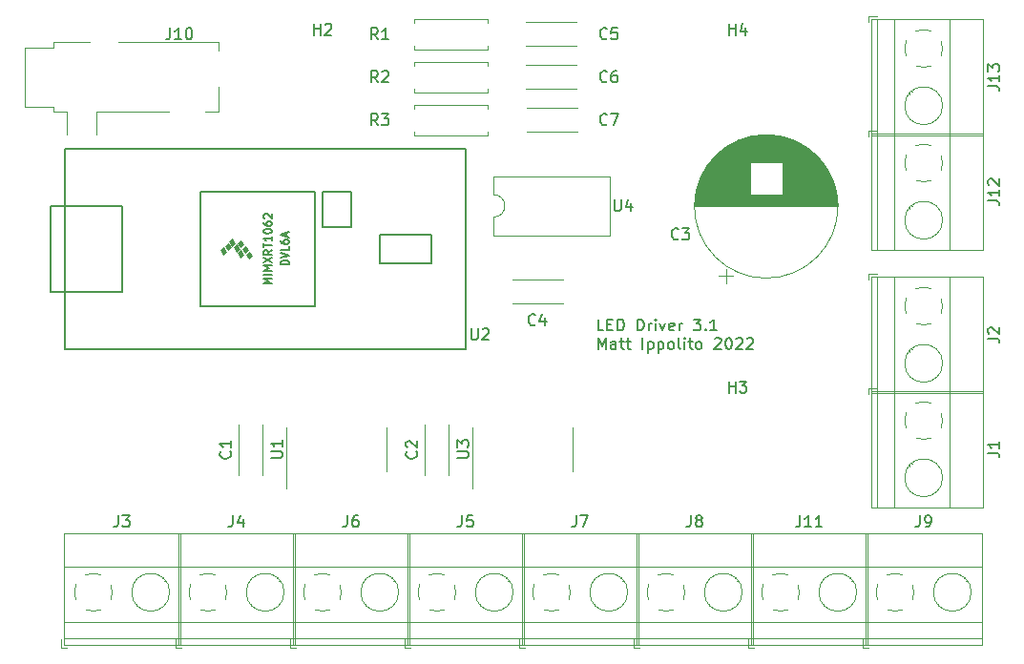
<source format=gbr>
%TF.GenerationSoftware,KiCad,Pcbnew,(5.1.10)-1*%
%TF.CreationDate,2022-06-29T20:33:17-04:00*%
%TF.ProjectId,RPI4_LEDs,52504934-5f4c-4454-9473-2e6b69636164,rev?*%
%TF.SameCoordinates,Original*%
%TF.FileFunction,Legend,Top*%
%TF.FilePolarity,Positive*%
%FSLAX46Y46*%
G04 Gerber Fmt 4.6, Leading zero omitted, Abs format (unit mm)*
G04 Created by KiCad (PCBNEW (5.1.10)-1) date 2022-06-29 20:33:17*
%MOMM*%
%LPD*%
G01*
G04 APERTURE LIST*
%ADD10C,0.150000*%
%ADD11C,0.120000*%
%ADD12C,0.100000*%
G04 APERTURE END LIST*
D10*
X140511785Y-98687380D02*
X140035595Y-98687380D01*
X140035595Y-97687380D01*
X140845119Y-98163571D02*
X141178452Y-98163571D01*
X141321309Y-98687380D02*
X140845119Y-98687380D01*
X140845119Y-97687380D01*
X141321309Y-97687380D01*
X141749880Y-98687380D02*
X141749880Y-97687380D01*
X141987976Y-97687380D01*
X142130833Y-97735000D01*
X142226071Y-97830238D01*
X142273690Y-97925476D01*
X142321309Y-98115952D01*
X142321309Y-98258809D01*
X142273690Y-98449285D01*
X142226071Y-98544523D01*
X142130833Y-98639761D01*
X141987976Y-98687380D01*
X141749880Y-98687380D01*
X143511785Y-98687380D02*
X143511785Y-97687380D01*
X143749880Y-97687380D01*
X143892738Y-97735000D01*
X143987976Y-97830238D01*
X144035595Y-97925476D01*
X144083214Y-98115952D01*
X144083214Y-98258809D01*
X144035595Y-98449285D01*
X143987976Y-98544523D01*
X143892738Y-98639761D01*
X143749880Y-98687380D01*
X143511785Y-98687380D01*
X144511785Y-98687380D02*
X144511785Y-98020714D01*
X144511785Y-98211190D02*
X144559404Y-98115952D01*
X144607023Y-98068333D01*
X144702261Y-98020714D01*
X144797500Y-98020714D01*
X145130833Y-98687380D02*
X145130833Y-98020714D01*
X145130833Y-97687380D02*
X145083214Y-97735000D01*
X145130833Y-97782619D01*
X145178452Y-97735000D01*
X145130833Y-97687380D01*
X145130833Y-97782619D01*
X145511785Y-98020714D02*
X145749880Y-98687380D01*
X145987976Y-98020714D01*
X146749880Y-98639761D02*
X146654642Y-98687380D01*
X146464166Y-98687380D01*
X146368928Y-98639761D01*
X146321309Y-98544523D01*
X146321309Y-98163571D01*
X146368928Y-98068333D01*
X146464166Y-98020714D01*
X146654642Y-98020714D01*
X146749880Y-98068333D01*
X146797500Y-98163571D01*
X146797500Y-98258809D01*
X146321309Y-98354047D01*
X147226071Y-98687380D02*
X147226071Y-98020714D01*
X147226071Y-98211190D02*
X147273690Y-98115952D01*
X147321309Y-98068333D01*
X147416547Y-98020714D01*
X147511785Y-98020714D01*
X148511785Y-97687380D02*
X149130833Y-97687380D01*
X148797500Y-98068333D01*
X148940357Y-98068333D01*
X149035595Y-98115952D01*
X149083214Y-98163571D01*
X149130833Y-98258809D01*
X149130833Y-98496904D01*
X149083214Y-98592142D01*
X149035595Y-98639761D01*
X148940357Y-98687380D01*
X148654642Y-98687380D01*
X148559404Y-98639761D01*
X148511785Y-98592142D01*
X149559404Y-98592142D02*
X149607023Y-98639761D01*
X149559404Y-98687380D01*
X149511785Y-98639761D01*
X149559404Y-98592142D01*
X149559404Y-98687380D01*
X150559404Y-98687380D02*
X149987976Y-98687380D01*
X150273690Y-98687380D02*
X150273690Y-97687380D01*
X150178452Y-97830238D01*
X150083214Y-97925476D01*
X149987976Y-97973095D01*
X140035595Y-100337380D02*
X140035595Y-99337380D01*
X140368928Y-100051666D01*
X140702261Y-99337380D01*
X140702261Y-100337380D01*
X141607023Y-100337380D02*
X141607023Y-99813571D01*
X141559404Y-99718333D01*
X141464166Y-99670714D01*
X141273690Y-99670714D01*
X141178452Y-99718333D01*
X141607023Y-100289761D02*
X141511785Y-100337380D01*
X141273690Y-100337380D01*
X141178452Y-100289761D01*
X141130833Y-100194523D01*
X141130833Y-100099285D01*
X141178452Y-100004047D01*
X141273690Y-99956428D01*
X141511785Y-99956428D01*
X141607023Y-99908809D01*
X141940357Y-99670714D02*
X142321309Y-99670714D01*
X142083214Y-99337380D02*
X142083214Y-100194523D01*
X142130833Y-100289761D01*
X142226071Y-100337380D01*
X142321309Y-100337380D01*
X142511785Y-99670714D02*
X142892738Y-99670714D01*
X142654642Y-99337380D02*
X142654642Y-100194523D01*
X142702261Y-100289761D01*
X142797500Y-100337380D01*
X142892738Y-100337380D01*
X143987976Y-100337380D02*
X143987976Y-99337380D01*
X144464166Y-99670714D02*
X144464166Y-100670714D01*
X144464166Y-99718333D02*
X144559404Y-99670714D01*
X144749880Y-99670714D01*
X144845119Y-99718333D01*
X144892738Y-99765952D01*
X144940357Y-99861190D01*
X144940357Y-100146904D01*
X144892738Y-100242142D01*
X144845119Y-100289761D01*
X144749880Y-100337380D01*
X144559404Y-100337380D01*
X144464166Y-100289761D01*
X145368928Y-99670714D02*
X145368928Y-100670714D01*
X145368928Y-99718333D02*
X145464166Y-99670714D01*
X145654642Y-99670714D01*
X145749880Y-99718333D01*
X145797500Y-99765952D01*
X145845119Y-99861190D01*
X145845119Y-100146904D01*
X145797500Y-100242142D01*
X145749880Y-100289761D01*
X145654642Y-100337380D01*
X145464166Y-100337380D01*
X145368928Y-100289761D01*
X146416547Y-100337380D02*
X146321309Y-100289761D01*
X146273690Y-100242142D01*
X146226071Y-100146904D01*
X146226071Y-99861190D01*
X146273690Y-99765952D01*
X146321309Y-99718333D01*
X146416547Y-99670714D01*
X146559404Y-99670714D01*
X146654642Y-99718333D01*
X146702261Y-99765952D01*
X146749880Y-99861190D01*
X146749880Y-100146904D01*
X146702261Y-100242142D01*
X146654642Y-100289761D01*
X146559404Y-100337380D01*
X146416547Y-100337380D01*
X147321309Y-100337380D02*
X147226071Y-100289761D01*
X147178452Y-100194523D01*
X147178452Y-99337380D01*
X147702261Y-100337380D02*
X147702261Y-99670714D01*
X147702261Y-99337380D02*
X147654642Y-99385000D01*
X147702261Y-99432619D01*
X147749880Y-99385000D01*
X147702261Y-99337380D01*
X147702261Y-99432619D01*
X148035595Y-99670714D02*
X148416547Y-99670714D01*
X148178452Y-99337380D02*
X148178452Y-100194523D01*
X148226071Y-100289761D01*
X148321309Y-100337380D01*
X148416547Y-100337380D01*
X148892738Y-100337380D02*
X148797500Y-100289761D01*
X148749880Y-100242142D01*
X148702261Y-100146904D01*
X148702261Y-99861190D01*
X148749880Y-99765952D01*
X148797500Y-99718333D01*
X148892738Y-99670714D01*
X149035595Y-99670714D01*
X149130833Y-99718333D01*
X149178452Y-99765952D01*
X149226071Y-99861190D01*
X149226071Y-100146904D01*
X149178452Y-100242142D01*
X149130833Y-100289761D01*
X149035595Y-100337380D01*
X148892738Y-100337380D01*
X150368928Y-99432619D02*
X150416547Y-99385000D01*
X150511785Y-99337380D01*
X150749880Y-99337380D01*
X150845119Y-99385000D01*
X150892738Y-99432619D01*
X150940357Y-99527857D01*
X150940357Y-99623095D01*
X150892738Y-99765952D01*
X150321309Y-100337380D01*
X150940357Y-100337380D01*
X151559404Y-99337380D02*
X151654642Y-99337380D01*
X151749880Y-99385000D01*
X151797500Y-99432619D01*
X151845119Y-99527857D01*
X151892738Y-99718333D01*
X151892738Y-99956428D01*
X151845119Y-100146904D01*
X151797500Y-100242142D01*
X151749880Y-100289761D01*
X151654642Y-100337380D01*
X151559404Y-100337380D01*
X151464166Y-100289761D01*
X151416547Y-100242142D01*
X151368928Y-100146904D01*
X151321309Y-99956428D01*
X151321309Y-99718333D01*
X151368928Y-99527857D01*
X151416547Y-99432619D01*
X151464166Y-99385000D01*
X151559404Y-99337380D01*
X152273690Y-99432619D02*
X152321309Y-99385000D01*
X152416547Y-99337380D01*
X152654642Y-99337380D01*
X152749880Y-99385000D01*
X152797500Y-99432619D01*
X152845119Y-99527857D01*
X152845119Y-99623095D01*
X152797500Y-99765952D01*
X152226071Y-100337380D01*
X152845119Y-100337380D01*
X153226071Y-99432619D02*
X153273690Y-99385000D01*
X153368928Y-99337380D01*
X153607023Y-99337380D01*
X153702261Y-99385000D01*
X153749880Y-99432619D01*
X153797500Y-99527857D01*
X153797500Y-99623095D01*
X153749880Y-99765952D01*
X153178452Y-100337380D01*
X153797500Y-100337380D01*
D11*
%TO.C,C7*%
X138200000Y-81080000D02*
X133660000Y-81080000D01*
X138200000Y-78940000D02*
X133660000Y-78940000D01*
X138200000Y-81080000D02*
X138200000Y-81065000D01*
X138200000Y-78955000D02*
X138200000Y-78940000D01*
X133660000Y-81080000D02*
X133660000Y-81065000D01*
X133660000Y-78955000D02*
X133660000Y-78940000D01*
%TO.C,C3*%
X150740000Y-93862082D02*
X151990000Y-93862082D01*
X151365000Y-94487082D02*
X151365000Y-93237082D01*
X154623000Y-81309000D02*
X155257000Y-81309000D01*
X154183000Y-81349000D02*
X155697000Y-81349000D01*
X153912000Y-81389000D02*
X155968000Y-81389000D01*
X153699000Y-81429000D02*
X156181000Y-81429000D01*
X153518000Y-81469000D02*
X156362000Y-81469000D01*
X153357000Y-81509000D02*
X156523000Y-81509000D01*
X153212000Y-81549000D02*
X156668000Y-81549000D01*
X153079000Y-81589000D02*
X156801000Y-81589000D01*
X152956000Y-81629000D02*
X156924000Y-81629000D01*
X152840000Y-81669000D02*
X157040000Y-81669000D01*
X152731000Y-81709000D02*
X157149000Y-81709000D01*
X152628000Y-81749000D02*
X157252000Y-81749000D01*
X152530000Y-81789000D02*
X157350000Y-81789000D01*
X152436000Y-81829000D02*
X157444000Y-81829000D01*
X152346000Y-81869000D02*
X157534000Y-81869000D01*
X152259000Y-81909000D02*
X157621000Y-81909000D01*
X152176000Y-81949000D02*
X157704000Y-81949000D01*
X152096000Y-81989000D02*
X157784000Y-81989000D01*
X152019000Y-82029000D02*
X157861000Y-82029000D01*
X151944000Y-82069000D02*
X157936000Y-82069000D01*
X151871000Y-82109000D02*
X158009000Y-82109000D01*
X151800000Y-82149000D02*
X158080000Y-82149000D01*
X151732000Y-82189000D02*
X158148000Y-82189000D01*
X151665000Y-82229000D02*
X158215000Y-82229000D01*
X151601000Y-82269000D02*
X158279000Y-82269000D01*
X151538000Y-82309000D02*
X158342000Y-82309000D01*
X151476000Y-82349000D02*
X158404000Y-82349000D01*
X151416000Y-82389000D02*
X158464000Y-82389000D01*
X151357000Y-82429000D02*
X158523000Y-82429000D01*
X151300000Y-82469000D02*
X158580000Y-82469000D01*
X151244000Y-82509000D02*
X158636000Y-82509000D01*
X151190000Y-82549000D02*
X158690000Y-82549000D01*
X151136000Y-82589000D02*
X158744000Y-82589000D01*
X151084000Y-82629000D02*
X158796000Y-82629000D01*
X151033000Y-82669000D02*
X158847000Y-82669000D01*
X150983000Y-82709000D02*
X158897000Y-82709000D01*
X150933000Y-82749000D02*
X158947000Y-82749000D01*
X150885000Y-82789000D02*
X158995000Y-82789000D01*
X150838000Y-82829000D02*
X159042000Y-82829000D01*
X150792000Y-82869000D02*
X159088000Y-82869000D01*
X150746000Y-82909000D02*
X159134000Y-82909000D01*
X150702000Y-82949000D02*
X159178000Y-82949000D01*
X150658000Y-82989000D02*
X159222000Y-82989000D01*
X150615000Y-83029000D02*
X159265000Y-83029000D01*
X150573000Y-83069000D02*
X159307000Y-83069000D01*
X150532000Y-83109000D02*
X159348000Y-83109000D01*
X150491000Y-83149000D02*
X159389000Y-83149000D01*
X150451000Y-83189000D02*
X159429000Y-83189000D01*
X150412000Y-83229000D02*
X159468000Y-83229000D01*
X150373000Y-83269000D02*
X159507000Y-83269000D01*
X150335000Y-83309000D02*
X159545000Y-83309000D01*
X150298000Y-83349000D02*
X159582000Y-83349000D01*
X150262000Y-83389000D02*
X159618000Y-83389000D01*
X150226000Y-83429000D02*
X159654000Y-83429000D01*
X150190000Y-83469000D02*
X159690000Y-83469000D01*
X150155000Y-83509000D02*
X159725000Y-83509000D01*
X150121000Y-83549000D02*
X159759000Y-83549000D01*
X150088000Y-83589000D02*
X159792000Y-83589000D01*
X150055000Y-83629000D02*
X159825000Y-83629000D01*
X150022000Y-83669000D02*
X159858000Y-83669000D01*
X149990000Y-83709000D02*
X159890000Y-83709000D01*
X156380000Y-83749000D02*
X159922000Y-83749000D01*
X149958000Y-83749000D02*
X153500000Y-83749000D01*
X156380000Y-83789000D02*
X159952000Y-83789000D01*
X149928000Y-83789000D02*
X153500000Y-83789000D01*
X156380000Y-83829000D02*
X159983000Y-83829000D01*
X149897000Y-83829000D02*
X153500000Y-83829000D01*
X156380000Y-83869000D02*
X160013000Y-83869000D01*
X149867000Y-83869000D02*
X153500000Y-83869000D01*
X156380000Y-83909000D02*
X160042000Y-83909000D01*
X149838000Y-83909000D02*
X153500000Y-83909000D01*
X156380000Y-83949000D02*
X160071000Y-83949000D01*
X149809000Y-83949000D02*
X153500000Y-83949000D01*
X156380000Y-83989000D02*
X160100000Y-83989000D01*
X149780000Y-83989000D02*
X153500000Y-83989000D01*
X156380000Y-84029000D02*
X160128000Y-84029000D01*
X149752000Y-84029000D02*
X153500000Y-84029000D01*
X156380000Y-84069000D02*
X160156000Y-84069000D01*
X149724000Y-84069000D02*
X153500000Y-84069000D01*
X156380000Y-84109000D02*
X160183000Y-84109000D01*
X149697000Y-84109000D02*
X153500000Y-84109000D01*
X156380000Y-84149000D02*
X160210000Y-84149000D01*
X149670000Y-84149000D02*
X153500000Y-84149000D01*
X156380000Y-84189000D02*
X160236000Y-84189000D01*
X149644000Y-84189000D02*
X153500000Y-84189000D01*
X156380000Y-84229000D02*
X160262000Y-84229000D01*
X149618000Y-84229000D02*
X153500000Y-84229000D01*
X156380000Y-84269000D02*
X160287000Y-84269000D01*
X149593000Y-84269000D02*
X153500000Y-84269000D01*
X156380000Y-84309000D02*
X160312000Y-84309000D01*
X149568000Y-84309000D02*
X153500000Y-84309000D01*
X156380000Y-84349000D02*
X160337000Y-84349000D01*
X149543000Y-84349000D02*
X153500000Y-84349000D01*
X156380000Y-84389000D02*
X160361000Y-84389000D01*
X149519000Y-84389000D02*
X153500000Y-84389000D01*
X156380000Y-84429000D02*
X160385000Y-84429000D01*
X149495000Y-84429000D02*
X153500000Y-84429000D01*
X156380000Y-84469000D02*
X160408000Y-84469000D01*
X149472000Y-84469000D02*
X153500000Y-84469000D01*
X156380000Y-84509000D02*
X160431000Y-84509000D01*
X149449000Y-84509000D02*
X153500000Y-84509000D01*
X156380000Y-84549000D02*
X160454000Y-84549000D01*
X149426000Y-84549000D02*
X153500000Y-84549000D01*
X156380000Y-84589000D02*
X160476000Y-84589000D01*
X149404000Y-84589000D02*
X153500000Y-84589000D01*
X156380000Y-84629000D02*
X160498000Y-84629000D01*
X149382000Y-84629000D02*
X153500000Y-84629000D01*
X156380000Y-84669000D02*
X160520000Y-84669000D01*
X149360000Y-84669000D02*
X153500000Y-84669000D01*
X156380000Y-84709000D02*
X160541000Y-84709000D01*
X149339000Y-84709000D02*
X153500000Y-84709000D01*
X156380000Y-84749000D02*
X160562000Y-84749000D01*
X149318000Y-84749000D02*
X153500000Y-84749000D01*
X156380000Y-84789000D02*
X160582000Y-84789000D01*
X149298000Y-84789000D02*
X153500000Y-84789000D01*
X156380000Y-84829000D02*
X160602000Y-84829000D01*
X149278000Y-84829000D02*
X153500000Y-84829000D01*
X156380000Y-84869000D02*
X160622000Y-84869000D01*
X149258000Y-84869000D02*
X153500000Y-84869000D01*
X156380000Y-84909000D02*
X160642000Y-84909000D01*
X149238000Y-84909000D02*
X153500000Y-84909000D01*
X156380000Y-84949000D02*
X160661000Y-84949000D01*
X149219000Y-84949000D02*
X153500000Y-84949000D01*
X156380000Y-84989000D02*
X160679000Y-84989000D01*
X149201000Y-84989000D02*
X153500000Y-84989000D01*
X156380000Y-85029000D02*
X160698000Y-85029000D01*
X149182000Y-85029000D02*
X153500000Y-85029000D01*
X156380000Y-85069000D02*
X160716000Y-85069000D01*
X149164000Y-85069000D02*
X153500000Y-85069000D01*
X156380000Y-85109000D02*
X160733000Y-85109000D01*
X149147000Y-85109000D02*
X153500000Y-85109000D01*
X156380000Y-85149000D02*
X160751000Y-85149000D01*
X149129000Y-85149000D02*
X153500000Y-85149000D01*
X156380000Y-85189000D02*
X160768000Y-85189000D01*
X149112000Y-85189000D02*
X153500000Y-85189000D01*
X156380000Y-85229000D02*
X160785000Y-85229000D01*
X149095000Y-85229000D02*
X153500000Y-85229000D01*
X156380000Y-85269000D02*
X160801000Y-85269000D01*
X149079000Y-85269000D02*
X153500000Y-85269000D01*
X156380000Y-85309000D02*
X160817000Y-85309000D01*
X149063000Y-85309000D02*
X153500000Y-85309000D01*
X156380000Y-85349000D02*
X160833000Y-85349000D01*
X149047000Y-85349000D02*
X153500000Y-85349000D01*
X156380000Y-85389000D02*
X160848000Y-85389000D01*
X149032000Y-85389000D02*
X153500000Y-85389000D01*
X156380000Y-85429000D02*
X160864000Y-85429000D01*
X149016000Y-85429000D02*
X153500000Y-85429000D01*
X156380000Y-85469000D02*
X160879000Y-85469000D01*
X149001000Y-85469000D02*
X153500000Y-85469000D01*
X156380000Y-85509000D02*
X160893000Y-85509000D01*
X148987000Y-85509000D02*
X153500000Y-85509000D01*
X156380000Y-85549000D02*
X160907000Y-85549000D01*
X148973000Y-85549000D02*
X153500000Y-85549000D01*
X156380000Y-85589000D02*
X160921000Y-85589000D01*
X148959000Y-85589000D02*
X153500000Y-85589000D01*
X156380000Y-85629000D02*
X160935000Y-85629000D01*
X148945000Y-85629000D02*
X153500000Y-85629000D01*
X156380000Y-85669000D02*
X160948000Y-85669000D01*
X148932000Y-85669000D02*
X153500000Y-85669000D01*
X156380000Y-85709000D02*
X160961000Y-85709000D01*
X148919000Y-85709000D02*
X153500000Y-85709000D01*
X156380000Y-85749000D02*
X160974000Y-85749000D01*
X148906000Y-85749000D02*
X153500000Y-85749000D01*
X156380000Y-85789000D02*
X160987000Y-85789000D01*
X148893000Y-85789000D02*
X153500000Y-85789000D01*
X156380000Y-85829000D02*
X160999000Y-85829000D01*
X148881000Y-85829000D02*
X153500000Y-85829000D01*
X156380000Y-85869000D02*
X161011000Y-85869000D01*
X148869000Y-85869000D02*
X153500000Y-85869000D01*
X156380000Y-85909000D02*
X161023000Y-85909000D01*
X148857000Y-85909000D02*
X153500000Y-85909000D01*
X156380000Y-85949000D02*
X161034000Y-85949000D01*
X148846000Y-85949000D02*
X153500000Y-85949000D01*
X156380000Y-85989000D02*
X161045000Y-85989000D01*
X148835000Y-85989000D02*
X153500000Y-85989000D01*
X156380000Y-86029000D02*
X161056000Y-86029000D01*
X148824000Y-86029000D02*
X153500000Y-86029000D01*
X156380000Y-86069000D02*
X161066000Y-86069000D01*
X148814000Y-86069000D02*
X153500000Y-86069000D01*
X156380000Y-86109000D02*
X161077000Y-86109000D01*
X148803000Y-86109000D02*
X153500000Y-86109000D01*
X156380000Y-86149000D02*
X161086000Y-86149000D01*
X148794000Y-86149000D02*
X153500000Y-86149000D01*
X156380000Y-86189000D02*
X161096000Y-86189000D01*
X148784000Y-86189000D02*
X153500000Y-86189000D01*
X156380000Y-86229000D02*
X161106000Y-86229000D01*
X148774000Y-86229000D02*
X153500000Y-86229000D01*
X156380000Y-86269000D02*
X161115000Y-86269000D01*
X148765000Y-86269000D02*
X153500000Y-86269000D01*
X156380000Y-86309000D02*
X161124000Y-86309000D01*
X148756000Y-86309000D02*
X153500000Y-86309000D01*
X156380000Y-86349000D02*
X161132000Y-86349000D01*
X148748000Y-86349000D02*
X153500000Y-86349000D01*
X156380000Y-86389000D02*
X161141000Y-86389000D01*
X148739000Y-86389000D02*
X153500000Y-86389000D01*
X156380000Y-86429000D02*
X161149000Y-86429000D01*
X148731000Y-86429000D02*
X153500000Y-86429000D01*
X156380000Y-86469000D02*
X161156000Y-86469000D01*
X148724000Y-86469000D02*
X153500000Y-86469000D01*
X156380000Y-86509000D02*
X161164000Y-86509000D01*
X148716000Y-86509000D02*
X153500000Y-86509000D01*
X156380000Y-86549000D02*
X161171000Y-86549000D01*
X148709000Y-86549000D02*
X153500000Y-86549000D01*
X156380000Y-86589000D02*
X161178000Y-86589000D01*
X148702000Y-86589000D02*
X153500000Y-86589000D01*
X148695000Y-86629000D02*
X161185000Y-86629000D01*
X148688000Y-86669000D02*
X161192000Y-86669000D01*
X148682000Y-86709000D02*
X161198000Y-86709000D01*
X148676000Y-86749000D02*
X161204000Y-86749000D01*
X148671000Y-86789000D02*
X161209000Y-86789000D01*
X148665000Y-86829000D02*
X161215000Y-86829000D01*
X148660000Y-86869000D02*
X161220000Y-86869000D01*
X148655000Y-86909000D02*
X161225000Y-86909000D01*
X148650000Y-86949000D02*
X161230000Y-86949000D01*
X148646000Y-86990000D02*
X161234000Y-86990000D01*
X148642000Y-87030000D02*
X161238000Y-87030000D01*
X148638000Y-87070000D02*
X161242000Y-87070000D01*
X148634000Y-87110000D02*
X161246000Y-87110000D01*
X148631000Y-87150000D02*
X161249000Y-87150000D01*
X148628000Y-87190000D02*
X161252000Y-87190000D01*
X148625000Y-87230000D02*
X161255000Y-87230000D01*
X148622000Y-87270000D02*
X161258000Y-87270000D01*
X148620000Y-87310000D02*
X161260000Y-87310000D01*
X148618000Y-87350000D02*
X161262000Y-87350000D01*
X148616000Y-87390000D02*
X161264000Y-87390000D01*
X148614000Y-87430000D02*
X161266000Y-87430000D01*
X148613000Y-87470000D02*
X161267000Y-87470000D01*
X148612000Y-87510000D02*
X161268000Y-87510000D01*
X148611000Y-87550000D02*
X161269000Y-87550000D01*
X148610000Y-87590000D02*
X161270000Y-87590000D01*
X148610000Y-87630000D02*
X161270000Y-87630000D01*
X148610000Y-87670000D02*
X161270000Y-87670000D01*
X161310000Y-87670000D02*
G75*
G03*
X161310000Y-87670000I-6370000J0D01*
G01*
%TO.C,R1*%
X123730000Y-71020000D02*
X123730000Y-71350000D01*
X130270000Y-71020000D02*
X123730000Y-71020000D01*
X130270000Y-71350000D02*
X130270000Y-71020000D01*
X123730000Y-73760000D02*
X123730000Y-73430000D01*
X130270000Y-73760000D02*
X123730000Y-73760000D01*
X130270000Y-73430000D02*
X130270000Y-73760000D01*
%TO.C,J13*%
X164010000Y-70820000D02*
X164010000Y-71320000D01*
X164750000Y-70820000D02*
X164010000Y-70820000D01*
X167887000Y-77513000D02*
X167841000Y-77466000D01*
X170185000Y-79810000D02*
X170149000Y-79775000D01*
X167671000Y-77706000D02*
X167636000Y-77671000D01*
X169979000Y-80015000D02*
X169933000Y-79968000D01*
X174171000Y-81340000D02*
X164250000Y-81340000D01*
X174171000Y-71060000D02*
X164250000Y-71060000D01*
X164250000Y-71060000D02*
X164250000Y-81340000D01*
X174171000Y-71060000D02*
X174171000Y-81340000D01*
X171211000Y-71060000D02*
X171211000Y-81340000D01*
X166310000Y-71060000D02*
X166310000Y-81340000D01*
X164810000Y-71060000D02*
X164810000Y-81340000D01*
X170590000Y-78740000D02*
G75*
G03*
X170590000Y-78740000I-1680000J0D01*
G01*
X167229747Y-73688805D02*
G75*
G02*
X167375000Y-72976000I1680253J28805D01*
G01*
X168226958Y-72124574D02*
G75*
G02*
X169594000Y-72125000I683042J-1535426D01*
G01*
X170445426Y-72976958D02*
G75*
G02*
X170445000Y-74344000I-1535426J-683042D01*
G01*
X169593042Y-75195426D02*
G75*
G02*
X168226000Y-75195000I-683042J1535426D01*
G01*
X167375244Y-74343318D02*
G75*
G02*
X167230000Y-73660000I1534756J683318D01*
G01*
%TO.C,J12*%
X164010000Y-80980000D02*
X164010000Y-81480000D01*
X164750000Y-80980000D02*
X164010000Y-80980000D01*
X167887000Y-87673000D02*
X167841000Y-87626000D01*
X170185000Y-89970000D02*
X170149000Y-89935000D01*
X167671000Y-87866000D02*
X167636000Y-87831000D01*
X169979000Y-90175000D02*
X169933000Y-90128000D01*
X174171000Y-91500000D02*
X164250000Y-91500000D01*
X174171000Y-81220000D02*
X164250000Y-81220000D01*
X164250000Y-81220000D02*
X164250000Y-91500000D01*
X174171000Y-81220000D02*
X174171000Y-91500000D01*
X171211000Y-81220000D02*
X171211000Y-91500000D01*
X166310000Y-81220000D02*
X166310000Y-91500000D01*
X164810000Y-81220000D02*
X164810000Y-91500000D01*
X170590000Y-88900000D02*
G75*
G03*
X170590000Y-88900000I-1680000J0D01*
G01*
X167229747Y-83848805D02*
G75*
G02*
X167375000Y-83136000I1680253J28805D01*
G01*
X168226958Y-82284574D02*
G75*
G02*
X169594000Y-82285000I683042J-1535426D01*
G01*
X170445426Y-83136958D02*
G75*
G02*
X170445000Y-84504000I-1535426J-683042D01*
G01*
X169593042Y-85355426D02*
G75*
G02*
X168226000Y-85355000I-683042J1535426D01*
G01*
X167375244Y-84503318D02*
G75*
G02*
X167230000Y-83820000I1534756J683318D01*
G01*
%TO.C,J10*%
X95490000Y-79300000D02*
X95490000Y-81300000D01*
X92890000Y-79300000D02*
X92890000Y-81300000D01*
X101990000Y-79300000D02*
X95490000Y-79300000D01*
X106390000Y-79300000D02*
X105190000Y-79300000D01*
X106390000Y-77050000D02*
X106390000Y-79300000D01*
X106390000Y-73100000D02*
X106390000Y-73850000D01*
X97490000Y-73100000D02*
X106390000Y-73100000D01*
X91690000Y-73100000D02*
X94890000Y-73100000D01*
X91690000Y-73600000D02*
X91690000Y-73100000D01*
X89190000Y-73600000D02*
X91690000Y-73600000D01*
X89190000Y-78800000D02*
X89190000Y-73600000D01*
X91690000Y-78800000D02*
X89190000Y-78800000D01*
X91690000Y-79300000D02*
X91690000Y-78800000D01*
X92890000Y-79300000D02*
X91690000Y-79300000D01*
%TO.C,U4*%
X130750000Y-84980000D02*
X130750000Y-86630000D01*
X141030000Y-84980000D02*
X130750000Y-84980000D01*
X141030000Y-90280000D02*
X141030000Y-84980000D01*
X130750000Y-90280000D02*
X141030000Y-90280000D01*
X130750000Y-88630000D02*
X130750000Y-90280000D01*
X130750000Y-86630000D02*
G75*
G02*
X130750000Y-88630000I0J-1000000D01*
G01*
%TO.C,U3*%
X128915000Y-109220000D02*
X128915000Y-112670000D01*
X128915000Y-109220000D02*
X128915000Y-107270000D01*
X137785000Y-109220000D02*
X137785000Y-111170000D01*
X137785000Y-109220000D02*
X137785000Y-107270000D01*
D12*
%TO.C,U2*%
G36*
X106553000Y-91567000D02*
G01*
X106807000Y-91313000D01*
X107061000Y-91694000D01*
X106807000Y-91948000D01*
X106553000Y-91567000D01*
G37*
X106553000Y-91567000D02*
X106807000Y-91313000D01*
X107061000Y-91694000D01*
X106807000Y-91948000D01*
X106553000Y-91567000D01*
G36*
X106934000Y-91186000D02*
G01*
X107188000Y-90932000D01*
X107442000Y-91313000D01*
X107188000Y-91567000D01*
X106934000Y-91186000D01*
G37*
X106934000Y-91186000D02*
X107188000Y-90932000D01*
X107442000Y-91313000D01*
X107188000Y-91567000D01*
X106934000Y-91186000D01*
G36*
X108839000Y-91948000D02*
G01*
X109093000Y-91694000D01*
X109347000Y-92075000D01*
X109093000Y-92329000D01*
X108839000Y-91948000D01*
G37*
X108839000Y-91948000D02*
X109093000Y-91694000D01*
X109347000Y-92075000D01*
X109093000Y-92329000D01*
X108839000Y-91948000D01*
G36*
X108458000Y-91440000D02*
G01*
X108712000Y-91186000D01*
X108966000Y-91567000D01*
X108712000Y-91821000D01*
X108458000Y-91440000D01*
G37*
X108458000Y-91440000D02*
X108712000Y-91186000D01*
X108966000Y-91567000D01*
X108712000Y-91821000D01*
X108458000Y-91440000D01*
G36*
X108077000Y-90932000D02*
G01*
X108331000Y-90678000D01*
X108585000Y-91059000D01*
X108331000Y-91313000D01*
X108077000Y-90932000D01*
G37*
X108077000Y-90932000D02*
X108331000Y-90678000D01*
X108585000Y-91059000D01*
X108331000Y-91313000D01*
X108077000Y-90932000D01*
G36*
X108077000Y-91821000D02*
G01*
X108331000Y-91567000D01*
X108585000Y-91948000D01*
X108331000Y-92202000D01*
X108077000Y-91821000D01*
G37*
X108077000Y-91821000D02*
X108331000Y-91567000D01*
X108585000Y-91948000D01*
X108331000Y-92202000D01*
X108077000Y-91821000D01*
G36*
X107696000Y-91313000D02*
G01*
X107950000Y-91059000D01*
X108204000Y-91440000D01*
X107950000Y-91694000D01*
X107696000Y-91313000D01*
G37*
X107696000Y-91313000D02*
X107950000Y-91059000D01*
X108204000Y-91440000D01*
X107950000Y-91694000D01*
X107696000Y-91313000D01*
G36*
X107315000Y-90805000D02*
G01*
X107569000Y-90551000D01*
X107823000Y-90932000D01*
X107569000Y-91186000D01*
X107315000Y-90805000D01*
G37*
X107315000Y-90805000D02*
X107569000Y-90551000D01*
X107823000Y-90932000D01*
X107569000Y-91186000D01*
X107315000Y-90805000D01*
D10*
X115570000Y-89535000D02*
X115570000Y-86360000D01*
X118110000Y-89535000D02*
X115570000Y-89535000D01*
X118110000Y-86360000D02*
X118110000Y-89535000D01*
X115570000Y-86360000D02*
X118110000Y-86360000D01*
X92710000Y-100330000D02*
X92710000Y-82550000D01*
X128270000Y-100330000D02*
X92710000Y-100330000D01*
X128270000Y-82550000D02*
X128270000Y-100330000D01*
X92710000Y-82550000D02*
X128270000Y-82550000D01*
X114935000Y-96520000D02*
X104775000Y-96520000D01*
X114935000Y-86360000D02*
X104775000Y-86360000D01*
X104775000Y-86360000D02*
X104775000Y-96520000D01*
X114935000Y-96520000D02*
X114935000Y-86360000D01*
X120650000Y-90170000D02*
X125222000Y-90170000D01*
X120650000Y-92710000D02*
X120650000Y-90170000D01*
X125222000Y-92710000D02*
X120650000Y-92710000D01*
X125222000Y-90170000D02*
X125222000Y-92710000D01*
X97790000Y-95250000D02*
X92710000Y-95250000D01*
X97790000Y-87630000D02*
X92710000Y-87630000D01*
X97790000Y-95250000D02*
X97790000Y-87630000D01*
X91440000Y-87630000D02*
X92710000Y-87630000D01*
X91440000Y-95250000D02*
X91440000Y-87630000D01*
X92710000Y-95250000D02*
X91440000Y-95250000D01*
D11*
%TO.C,U1*%
X112405000Y-109220000D02*
X112405000Y-112670000D01*
X112405000Y-109220000D02*
X112405000Y-107270000D01*
X121275000Y-109220000D02*
X121275000Y-111170000D01*
X121275000Y-109220000D02*
X121275000Y-107270000D01*
%TO.C,R3*%
X123730000Y-78640000D02*
X123730000Y-78970000D01*
X130270000Y-78640000D02*
X123730000Y-78640000D01*
X130270000Y-78970000D02*
X130270000Y-78640000D01*
X123730000Y-81380000D02*
X123730000Y-81050000D01*
X130270000Y-81380000D02*
X123730000Y-81380000D01*
X130270000Y-81050000D02*
X130270000Y-81380000D01*
%TO.C,R2*%
X123730000Y-74830000D02*
X123730000Y-75160000D01*
X130270000Y-74830000D02*
X123730000Y-74830000D01*
X130270000Y-75160000D02*
X130270000Y-74830000D01*
X123730000Y-77570000D02*
X123730000Y-77240000D01*
X130270000Y-77570000D02*
X123730000Y-77570000D01*
X130270000Y-77240000D02*
X130270000Y-77570000D01*
%TO.C,J11*%
X153370000Y-126820000D02*
X153870000Y-126820000D01*
X153370000Y-126080000D02*
X153370000Y-126820000D01*
X160063000Y-122943000D02*
X160016000Y-122989000D01*
X162360000Y-120645000D02*
X162325000Y-120681000D01*
X160256000Y-123159000D02*
X160221000Y-123194000D01*
X162565000Y-120851000D02*
X162518000Y-120897000D01*
X163890000Y-116659000D02*
X163890000Y-126580000D01*
X153610000Y-116659000D02*
X153610000Y-126580000D01*
X153610000Y-126580000D02*
X163890000Y-126580000D01*
X153610000Y-116659000D02*
X163890000Y-116659000D01*
X153610000Y-119619000D02*
X163890000Y-119619000D01*
X153610000Y-124520000D02*
X163890000Y-124520000D01*
X153610000Y-126020000D02*
X163890000Y-126020000D01*
X162970000Y-121920000D02*
G75*
G03*
X162970000Y-121920000I-1680000J0D01*
G01*
X156238805Y-123600253D02*
G75*
G02*
X155526000Y-123455000I-28805J1680253D01*
G01*
X154674574Y-122603042D02*
G75*
G02*
X154675000Y-121236000I1535426J683042D01*
G01*
X155526958Y-120384574D02*
G75*
G02*
X156894000Y-120385000I683042J-1535426D01*
G01*
X157745426Y-121236958D02*
G75*
G02*
X157745000Y-122604000I-1535426J-683042D01*
G01*
X156893318Y-123454756D02*
G75*
G02*
X156210000Y-123600000I-683318J1534756D01*
G01*
%TO.C,J9*%
X163530000Y-126820000D02*
X164030000Y-126820000D01*
X163530000Y-126080000D02*
X163530000Y-126820000D01*
X170223000Y-122943000D02*
X170176000Y-122989000D01*
X172520000Y-120645000D02*
X172485000Y-120681000D01*
X170416000Y-123159000D02*
X170381000Y-123194000D01*
X172725000Y-120851000D02*
X172678000Y-120897000D01*
X174050000Y-116659000D02*
X174050000Y-126580000D01*
X163770000Y-116659000D02*
X163770000Y-126580000D01*
X163770000Y-126580000D02*
X174050000Y-126580000D01*
X163770000Y-116659000D02*
X174050000Y-116659000D01*
X163770000Y-119619000D02*
X174050000Y-119619000D01*
X163770000Y-124520000D02*
X174050000Y-124520000D01*
X163770000Y-126020000D02*
X174050000Y-126020000D01*
X173130000Y-121920000D02*
G75*
G03*
X173130000Y-121920000I-1680000J0D01*
G01*
X166398805Y-123600253D02*
G75*
G02*
X165686000Y-123455000I-28805J1680253D01*
G01*
X164834574Y-122603042D02*
G75*
G02*
X164835000Y-121236000I1535426J683042D01*
G01*
X165686958Y-120384574D02*
G75*
G02*
X167054000Y-120385000I683042J-1535426D01*
G01*
X167905426Y-121236958D02*
G75*
G02*
X167905000Y-122604000I-1535426J-683042D01*
G01*
X167053318Y-123454756D02*
G75*
G02*
X166370000Y-123600000I-683318J1534756D01*
G01*
%TO.C,J8*%
X143210000Y-126820000D02*
X143710000Y-126820000D01*
X143210000Y-126080000D02*
X143210000Y-126820000D01*
X149903000Y-122943000D02*
X149856000Y-122989000D01*
X152200000Y-120645000D02*
X152165000Y-120681000D01*
X150096000Y-123159000D02*
X150061000Y-123194000D01*
X152405000Y-120851000D02*
X152358000Y-120897000D01*
X153730000Y-116659000D02*
X153730000Y-126580000D01*
X143450000Y-116659000D02*
X143450000Y-126580000D01*
X143450000Y-126580000D02*
X153730000Y-126580000D01*
X143450000Y-116659000D02*
X153730000Y-116659000D01*
X143450000Y-119619000D02*
X153730000Y-119619000D01*
X143450000Y-124520000D02*
X153730000Y-124520000D01*
X143450000Y-126020000D02*
X153730000Y-126020000D01*
X152810000Y-121920000D02*
G75*
G03*
X152810000Y-121920000I-1680000J0D01*
G01*
X146078805Y-123600253D02*
G75*
G02*
X145366000Y-123455000I-28805J1680253D01*
G01*
X144514574Y-122603042D02*
G75*
G02*
X144515000Y-121236000I1535426J683042D01*
G01*
X145366958Y-120384574D02*
G75*
G02*
X146734000Y-120385000I683042J-1535426D01*
G01*
X147585426Y-121236958D02*
G75*
G02*
X147585000Y-122604000I-1535426J-683042D01*
G01*
X146733318Y-123454756D02*
G75*
G02*
X146050000Y-123600000I-683318J1534756D01*
G01*
%TO.C,J7*%
X133050000Y-126820000D02*
X133550000Y-126820000D01*
X133050000Y-126080000D02*
X133050000Y-126820000D01*
X139743000Y-122943000D02*
X139696000Y-122989000D01*
X142040000Y-120645000D02*
X142005000Y-120681000D01*
X139936000Y-123159000D02*
X139901000Y-123194000D01*
X142245000Y-120851000D02*
X142198000Y-120897000D01*
X143570000Y-116659000D02*
X143570000Y-126580000D01*
X133290000Y-116659000D02*
X133290000Y-126580000D01*
X133290000Y-126580000D02*
X143570000Y-126580000D01*
X133290000Y-116659000D02*
X143570000Y-116659000D01*
X133290000Y-119619000D02*
X143570000Y-119619000D01*
X133290000Y-124520000D02*
X143570000Y-124520000D01*
X133290000Y-126020000D02*
X143570000Y-126020000D01*
X142650000Y-121920000D02*
G75*
G03*
X142650000Y-121920000I-1680000J0D01*
G01*
X135918805Y-123600253D02*
G75*
G02*
X135206000Y-123455000I-28805J1680253D01*
G01*
X134354574Y-122603042D02*
G75*
G02*
X134355000Y-121236000I1535426J683042D01*
G01*
X135206958Y-120384574D02*
G75*
G02*
X136574000Y-120385000I683042J-1535426D01*
G01*
X137425426Y-121236958D02*
G75*
G02*
X137425000Y-122604000I-1535426J-683042D01*
G01*
X136573318Y-123454756D02*
G75*
G02*
X135890000Y-123600000I-683318J1534756D01*
G01*
%TO.C,J6*%
X112730000Y-126820000D02*
X113230000Y-126820000D01*
X112730000Y-126080000D02*
X112730000Y-126820000D01*
X119423000Y-122943000D02*
X119376000Y-122989000D01*
X121720000Y-120645000D02*
X121685000Y-120681000D01*
X119616000Y-123159000D02*
X119581000Y-123194000D01*
X121925000Y-120851000D02*
X121878000Y-120897000D01*
X123250000Y-116659000D02*
X123250000Y-126580000D01*
X112970000Y-116659000D02*
X112970000Y-126580000D01*
X112970000Y-126580000D02*
X123250000Y-126580000D01*
X112970000Y-116659000D02*
X123250000Y-116659000D01*
X112970000Y-119619000D02*
X123250000Y-119619000D01*
X112970000Y-124520000D02*
X123250000Y-124520000D01*
X112970000Y-126020000D02*
X123250000Y-126020000D01*
X122330000Y-121920000D02*
G75*
G03*
X122330000Y-121920000I-1680000J0D01*
G01*
X115598805Y-123600253D02*
G75*
G02*
X114886000Y-123455000I-28805J1680253D01*
G01*
X114034574Y-122603042D02*
G75*
G02*
X114035000Y-121236000I1535426J683042D01*
G01*
X114886958Y-120384574D02*
G75*
G02*
X116254000Y-120385000I683042J-1535426D01*
G01*
X117105426Y-121236958D02*
G75*
G02*
X117105000Y-122604000I-1535426J-683042D01*
G01*
X116253318Y-123454756D02*
G75*
G02*
X115570000Y-123600000I-683318J1534756D01*
G01*
%TO.C,J5*%
X122890000Y-126820000D02*
X123390000Y-126820000D01*
X122890000Y-126080000D02*
X122890000Y-126820000D01*
X129583000Y-122943000D02*
X129536000Y-122989000D01*
X131880000Y-120645000D02*
X131845000Y-120681000D01*
X129776000Y-123159000D02*
X129741000Y-123194000D01*
X132085000Y-120851000D02*
X132038000Y-120897000D01*
X133410000Y-116659000D02*
X133410000Y-126580000D01*
X123130000Y-116659000D02*
X123130000Y-126580000D01*
X123130000Y-126580000D02*
X133410000Y-126580000D01*
X123130000Y-116659000D02*
X133410000Y-116659000D01*
X123130000Y-119619000D02*
X133410000Y-119619000D01*
X123130000Y-124520000D02*
X133410000Y-124520000D01*
X123130000Y-126020000D02*
X133410000Y-126020000D01*
X132490000Y-121920000D02*
G75*
G03*
X132490000Y-121920000I-1680000J0D01*
G01*
X125758805Y-123600253D02*
G75*
G02*
X125046000Y-123455000I-28805J1680253D01*
G01*
X124194574Y-122603042D02*
G75*
G02*
X124195000Y-121236000I1535426J683042D01*
G01*
X125046958Y-120384574D02*
G75*
G02*
X126414000Y-120385000I683042J-1535426D01*
G01*
X127265426Y-121236958D02*
G75*
G02*
X127265000Y-122604000I-1535426J-683042D01*
G01*
X126413318Y-123454756D02*
G75*
G02*
X125730000Y-123600000I-683318J1534756D01*
G01*
%TO.C,J4*%
X102570000Y-126820000D02*
X103070000Y-126820000D01*
X102570000Y-126080000D02*
X102570000Y-126820000D01*
X109263000Y-122943000D02*
X109216000Y-122989000D01*
X111560000Y-120645000D02*
X111525000Y-120681000D01*
X109456000Y-123159000D02*
X109421000Y-123194000D01*
X111765000Y-120851000D02*
X111718000Y-120897000D01*
X113090000Y-116659000D02*
X113090000Y-126580000D01*
X102810000Y-116659000D02*
X102810000Y-126580000D01*
X102810000Y-126580000D02*
X113090000Y-126580000D01*
X102810000Y-116659000D02*
X113090000Y-116659000D01*
X102810000Y-119619000D02*
X113090000Y-119619000D01*
X102810000Y-124520000D02*
X113090000Y-124520000D01*
X102810000Y-126020000D02*
X113090000Y-126020000D01*
X112170000Y-121920000D02*
G75*
G03*
X112170000Y-121920000I-1680000J0D01*
G01*
X105438805Y-123600253D02*
G75*
G02*
X104726000Y-123455000I-28805J1680253D01*
G01*
X103874574Y-122603042D02*
G75*
G02*
X103875000Y-121236000I1535426J683042D01*
G01*
X104726958Y-120384574D02*
G75*
G02*
X106094000Y-120385000I683042J-1535426D01*
G01*
X106945426Y-121236958D02*
G75*
G02*
X106945000Y-122604000I-1535426J-683042D01*
G01*
X106093318Y-123454756D02*
G75*
G02*
X105410000Y-123600000I-683318J1534756D01*
G01*
%TO.C,J3*%
X92410000Y-126820000D02*
X92910000Y-126820000D01*
X92410000Y-126080000D02*
X92410000Y-126820000D01*
X99103000Y-122943000D02*
X99056000Y-122989000D01*
X101400000Y-120645000D02*
X101365000Y-120681000D01*
X99296000Y-123159000D02*
X99261000Y-123194000D01*
X101605000Y-120851000D02*
X101558000Y-120897000D01*
X102930000Y-116659000D02*
X102930000Y-126580000D01*
X92650000Y-116659000D02*
X92650000Y-126580000D01*
X92650000Y-126580000D02*
X102930000Y-126580000D01*
X92650000Y-116659000D02*
X102930000Y-116659000D01*
X92650000Y-119619000D02*
X102930000Y-119619000D01*
X92650000Y-124520000D02*
X102930000Y-124520000D01*
X92650000Y-126020000D02*
X102930000Y-126020000D01*
X102010000Y-121920000D02*
G75*
G03*
X102010000Y-121920000I-1680000J0D01*
G01*
X95278805Y-123600253D02*
G75*
G02*
X94566000Y-123455000I-28805J1680253D01*
G01*
X93714574Y-122603042D02*
G75*
G02*
X93715000Y-121236000I1535426J683042D01*
G01*
X94566958Y-120384574D02*
G75*
G02*
X95934000Y-120385000I683042J-1535426D01*
G01*
X96785426Y-121236958D02*
G75*
G02*
X96785000Y-122604000I-1535426J-683042D01*
G01*
X95933318Y-123454756D02*
G75*
G02*
X95250000Y-123600000I-683318J1534756D01*
G01*
%TO.C,J2*%
X164010000Y-93680000D02*
X164010000Y-94180000D01*
X164750000Y-93680000D02*
X164010000Y-93680000D01*
X167887000Y-100373000D02*
X167841000Y-100326000D01*
X170185000Y-102670000D02*
X170149000Y-102635000D01*
X167671000Y-100566000D02*
X167636000Y-100531000D01*
X169979000Y-102875000D02*
X169933000Y-102828000D01*
X174171000Y-104200000D02*
X164250000Y-104200000D01*
X174171000Y-93920000D02*
X164250000Y-93920000D01*
X164250000Y-93920000D02*
X164250000Y-104200000D01*
X174171000Y-93920000D02*
X174171000Y-104200000D01*
X171211000Y-93920000D02*
X171211000Y-104200000D01*
X166310000Y-93920000D02*
X166310000Y-104200000D01*
X164810000Y-93920000D02*
X164810000Y-104200000D01*
X170590000Y-101600000D02*
G75*
G03*
X170590000Y-101600000I-1680000J0D01*
G01*
X167229747Y-96548805D02*
G75*
G02*
X167375000Y-95836000I1680253J28805D01*
G01*
X168226958Y-94984574D02*
G75*
G02*
X169594000Y-94985000I683042J-1535426D01*
G01*
X170445426Y-95836958D02*
G75*
G02*
X170445000Y-97204000I-1535426J-683042D01*
G01*
X169593042Y-98055426D02*
G75*
G02*
X168226000Y-98055000I-683042J1535426D01*
G01*
X167375244Y-97203318D02*
G75*
G02*
X167230000Y-96520000I1534756J683318D01*
G01*
%TO.C,J1*%
X164010000Y-103840000D02*
X164010000Y-104340000D01*
X164750000Y-103840000D02*
X164010000Y-103840000D01*
X167887000Y-110533000D02*
X167841000Y-110486000D01*
X170185000Y-112830000D02*
X170149000Y-112795000D01*
X167671000Y-110726000D02*
X167636000Y-110691000D01*
X169979000Y-113035000D02*
X169933000Y-112988000D01*
X174171000Y-114360000D02*
X164250000Y-114360000D01*
X174171000Y-104080000D02*
X164250000Y-104080000D01*
X164250000Y-104080000D02*
X164250000Y-114360000D01*
X174171000Y-104080000D02*
X174171000Y-114360000D01*
X171211000Y-104080000D02*
X171211000Y-114360000D01*
X166310000Y-104080000D02*
X166310000Y-114360000D01*
X164810000Y-104080000D02*
X164810000Y-114360000D01*
X170590000Y-111760000D02*
G75*
G03*
X170590000Y-111760000I-1680000J0D01*
G01*
X167229747Y-106708805D02*
G75*
G02*
X167375000Y-105996000I1680253J28805D01*
G01*
X168226958Y-105144574D02*
G75*
G02*
X169594000Y-105145000I683042J-1535426D01*
G01*
X170445426Y-105996958D02*
G75*
G02*
X170445000Y-107364000I-1535426J-683042D01*
G01*
X169593042Y-108215426D02*
G75*
G02*
X168226000Y-108215000I-683042J1535426D01*
G01*
X167375244Y-107363318D02*
G75*
G02*
X167230000Y-106680000I1534756J683318D01*
G01*
%TO.C,C6*%
X138120000Y-77255000D02*
X138120000Y-77270000D01*
X138120000Y-75130000D02*
X138120000Y-75145000D01*
X133580000Y-77255000D02*
X133580000Y-77270000D01*
X133580000Y-75130000D02*
X133580000Y-75145000D01*
X133580000Y-77270000D02*
X138120000Y-77270000D01*
X133580000Y-75130000D02*
X138120000Y-75130000D01*
%TO.C,C5*%
X138120000Y-73445000D02*
X138120000Y-73460000D01*
X138120000Y-71320000D02*
X138120000Y-71335000D01*
X133580000Y-73445000D02*
X133580000Y-73460000D01*
X133580000Y-71320000D02*
X133580000Y-71335000D01*
X133580000Y-73460000D02*
X138120000Y-73460000D01*
X133580000Y-71320000D02*
X138120000Y-71320000D01*
%TO.C,C4*%
X132390000Y-94195000D02*
X132390000Y-94180000D01*
X132390000Y-96320000D02*
X132390000Y-96305000D01*
X136930000Y-94195000D02*
X136930000Y-94180000D01*
X136930000Y-96320000D02*
X136930000Y-96305000D01*
X136930000Y-94180000D02*
X132390000Y-94180000D01*
X136930000Y-96320000D02*
X132390000Y-96320000D01*
%TO.C,C2*%
X126785000Y-106990000D02*
X126800000Y-106990000D01*
X124660000Y-106990000D02*
X124675000Y-106990000D01*
X126785000Y-111530000D02*
X126800000Y-111530000D01*
X124660000Y-111530000D02*
X124675000Y-111530000D01*
X126800000Y-111530000D02*
X126800000Y-106990000D01*
X124660000Y-111530000D02*
X124660000Y-106990000D01*
%TO.C,C1*%
X110275000Y-106990000D02*
X110290000Y-106990000D01*
X108150000Y-106990000D02*
X108165000Y-106990000D01*
X110275000Y-111530000D02*
X110290000Y-111530000D01*
X108150000Y-111530000D02*
X108165000Y-111530000D01*
X110290000Y-111530000D02*
X110290000Y-106990000D01*
X108150000Y-111530000D02*
X108150000Y-106990000D01*
%TO.C,C7*%
D10*
X140803333Y-80367142D02*
X140755714Y-80414761D01*
X140612857Y-80462380D01*
X140517619Y-80462380D01*
X140374761Y-80414761D01*
X140279523Y-80319523D01*
X140231904Y-80224285D01*
X140184285Y-80033809D01*
X140184285Y-79890952D01*
X140231904Y-79700476D01*
X140279523Y-79605238D01*
X140374761Y-79510000D01*
X140517619Y-79462380D01*
X140612857Y-79462380D01*
X140755714Y-79510000D01*
X140803333Y-79557619D01*
X141136666Y-79462380D02*
X141803333Y-79462380D01*
X141374761Y-80462380D01*
%TO.C,C3*%
X147153333Y-90527142D02*
X147105714Y-90574761D01*
X146962857Y-90622380D01*
X146867619Y-90622380D01*
X146724761Y-90574761D01*
X146629523Y-90479523D01*
X146581904Y-90384285D01*
X146534285Y-90193809D01*
X146534285Y-90050952D01*
X146581904Y-89860476D01*
X146629523Y-89765238D01*
X146724761Y-89670000D01*
X146867619Y-89622380D01*
X146962857Y-89622380D01*
X147105714Y-89670000D01*
X147153333Y-89717619D01*
X147486666Y-89622380D02*
X148105714Y-89622380D01*
X147772380Y-90003333D01*
X147915238Y-90003333D01*
X148010476Y-90050952D01*
X148058095Y-90098571D01*
X148105714Y-90193809D01*
X148105714Y-90431904D01*
X148058095Y-90527142D01*
X148010476Y-90574761D01*
X147915238Y-90622380D01*
X147629523Y-90622380D01*
X147534285Y-90574761D01*
X147486666Y-90527142D01*
%TO.C,R1*%
X120483333Y-72842380D02*
X120150000Y-72366190D01*
X119911904Y-72842380D02*
X119911904Y-71842380D01*
X120292857Y-71842380D01*
X120388095Y-71890000D01*
X120435714Y-71937619D01*
X120483333Y-72032857D01*
X120483333Y-72175714D01*
X120435714Y-72270952D01*
X120388095Y-72318571D01*
X120292857Y-72366190D01*
X119911904Y-72366190D01*
X121435714Y-72842380D02*
X120864285Y-72842380D01*
X121150000Y-72842380D02*
X121150000Y-71842380D01*
X121054761Y-71985238D01*
X120959523Y-72080476D01*
X120864285Y-72128095D01*
%TO.C,J13*%
X174622380Y-77009523D02*
X175336666Y-77009523D01*
X175479523Y-77057142D01*
X175574761Y-77152380D01*
X175622380Y-77295238D01*
X175622380Y-77390476D01*
X175622380Y-76009523D02*
X175622380Y-76580952D01*
X175622380Y-76295238D02*
X174622380Y-76295238D01*
X174765238Y-76390476D01*
X174860476Y-76485714D01*
X174908095Y-76580952D01*
X174622380Y-75676190D02*
X174622380Y-75057142D01*
X175003333Y-75390476D01*
X175003333Y-75247619D01*
X175050952Y-75152380D01*
X175098571Y-75104761D01*
X175193809Y-75057142D01*
X175431904Y-75057142D01*
X175527142Y-75104761D01*
X175574761Y-75152380D01*
X175622380Y-75247619D01*
X175622380Y-75533333D01*
X175574761Y-75628571D01*
X175527142Y-75676190D01*
%TO.C,J12*%
X174622380Y-87169523D02*
X175336666Y-87169523D01*
X175479523Y-87217142D01*
X175574761Y-87312380D01*
X175622380Y-87455238D01*
X175622380Y-87550476D01*
X175622380Y-86169523D02*
X175622380Y-86740952D01*
X175622380Y-86455238D02*
X174622380Y-86455238D01*
X174765238Y-86550476D01*
X174860476Y-86645714D01*
X174908095Y-86740952D01*
X174717619Y-85788571D02*
X174670000Y-85740952D01*
X174622380Y-85645714D01*
X174622380Y-85407619D01*
X174670000Y-85312380D01*
X174717619Y-85264761D01*
X174812857Y-85217142D01*
X174908095Y-85217142D01*
X175050952Y-85264761D01*
X175622380Y-85836190D01*
X175622380Y-85217142D01*
%TO.C,H4*%
X151638095Y-72452380D02*
X151638095Y-71452380D01*
X151638095Y-71928571D02*
X152209523Y-71928571D01*
X152209523Y-72452380D02*
X152209523Y-71452380D01*
X153114285Y-71785714D02*
X153114285Y-72452380D01*
X152876190Y-71404761D02*
X152638095Y-72119047D01*
X153257142Y-72119047D01*
%TO.C,H3*%
X151638095Y-104202380D02*
X151638095Y-103202380D01*
X151638095Y-103678571D02*
X152209523Y-103678571D01*
X152209523Y-104202380D02*
X152209523Y-103202380D01*
X152590476Y-103202380D02*
X153209523Y-103202380D01*
X152876190Y-103583333D01*
X153019047Y-103583333D01*
X153114285Y-103630952D01*
X153161904Y-103678571D01*
X153209523Y-103773809D01*
X153209523Y-104011904D01*
X153161904Y-104107142D01*
X153114285Y-104154761D01*
X153019047Y-104202380D01*
X152733333Y-104202380D01*
X152638095Y-104154761D01*
X152590476Y-104107142D01*
%TO.C,H2*%
X114808095Y-72452380D02*
X114808095Y-71452380D01*
X114808095Y-71928571D02*
X115379523Y-71928571D01*
X115379523Y-72452380D02*
X115379523Y-71452380D01*
X115808095Y-71547619D02*
X115855714Y-71500000D01*
X115950952Y-71452380D01*
X116189047Y-71452380D01*
X116284285Y-71500000D01*
X116331904Y-71547619D01*
X116379523Y-71642857D01*
X116379523Y-71738095D01*
X116331904Y-71880952D01*
X115760476Y-72452380D01*
X116379523Y-72452380D01*
%TO.C,J10*%
X102060476Y-71842380D02*
X102060476Y-72556666D01*
X102012857Y-72699523D01*
X101917619Y-72794761D01*
X101774761Y-72842380D01*
X101679523Y-72842380D01*
X103060476Y-72842380D02*
X102489047Y-72842380D01*
X102774761Y-72842380D02*
X102774761Y-71842380D01*
X102679523Y-71985238D01*
X102584285Y-72080476D01*
X102489047Y-72128095D01*
X103679523Y-71842380D02*
X103774761Y-71842380D01*
X103870000Y-71890000D01*
X103917619Y-71937619D01*
X103965238Y-72032857D01*
X104012857Y-72223333D01*
X104012857Y-72461428D01*
X103965238Y-72651904D01*
X103917619Y-72747142D01*
X103870000Y-72794761D01*
X103774761Y-72842380D01*
X103679523Y-72842380D01*
X103584285Y-72794761D01*
X103536666Y-72747142D01*
X103489047Y-72651904D01*
X103441428Y-72461428D01*
X103441428Y-72223333D01*
X103489047Y-72032857D01*
X103536666Y-71937619D01*
X103584285Y-71890000D01*
X103679523Y-71842380D01*
%TO.C,U4*%
X141478095Y-87082380D02*
X141478095Y-87891904D01*
X141525714Y-87987142D01*
X141573333Y-88034761D01*
X141668571Y-88082380D01*
X141859047Y-88082380D01*
X141954285Y-88034761D01*
X142001904Y-87987142D01*
X142049523Y-87891904D01*
X142049523Y-87082380D01*
X142954285Y-87415714D02*
X142954285Y-88082380D01*
X142716190Y-87034761D02*
X142478095Y-87749047D01*
X143097142Y-87749047D01*
%TO.C,U3*%
X127522380Y-109981904D02*
X128331904Y-109981904D01*
X128427142Y-109934285D01*
X128474761Y-109886666D01*
X128522380Y-109791428D01*
X128522380Y-109600952D01*
X128474761Y-109505714D01*
X128427142Y-109458095D01*
X128331904Y-109410476D01*
X127522380Y-109410476D01*
X127522380Y-109029523D02*
X127522380Y-108410476D01*
X127903333Y-108743809D01*
X127903333Y-108600952D01*
X127950952Y-108505714D01*
X127998571Y-108458095D01*
X128093809Y-108410476D01*
X128331904Y-108410476D01*
X128427142Y-108458095D01*
X128474761Y-108505714D01*
X128522380Y-108600952D01*
X128522380Y-108886666D01*
X128474761Y-108981904D01*
X128427142Y-109029523D01*
%TO.C,U2*%
X128778095Y-98512380D02*
X128778095Y-99321904D01*
X128825714Y-99417142D01*
X128873333Y-99464761D01*
X128968571Y-99512380D01*
X129159047Y-99512380D01*
X129254285Y-99464761D01*
X129301904Y-99417142D01*
X129349523Y-99321904D01*
X129349523Y-98512380D01*
X129778095Y-98607619D02*
X129825714Y-98560000D01*
X129920952Y-98512380D01*
X130159047Y-98512380D01*
X130254285Y-98560000D01*
X130301904Y-98607619D01*
X130349523Y-98702857D01*
X130349523Y-98798095D01*
X130301904Y-98940952D01*
X129730476Y-99512380D01*
X130349523Y-99512380D01*
X112584666Y-92840000D02*
X111884666Y-92840000D01*
X111884666Y-92673333D01*
X111918000Y-92573333D01*
X111984666Y-92506666D01*
X112051333Y-92473333D01*
X112184666Y-92440000D01*
X112284666Y-92440000D01*
X112418000Y-92473333D01*
X112484666Y-92506666D01*
X112551333Y-92573333D01*
X112584666Y-92673333D01*
X112584666Y-92840000D01*
X111884666Y-92240000D02*
X112584666Y-92006666D01*
X111884666Y-91773333D01*
X112584666Y-91206666D02*
X112584666Y-91540000D01*
X111884666Y-91540000D01*
X111884666Y-90673333D02*
X111884666Y-90806666D01*
X111918000Y-90873333D01*
X111951333Y-90906666D01*
X112051333Y-90973333D01*
X112184666Y-91006666D01*
X112451333Y-91006666D01*
X112518000Y-90973333D01*
X112551333Y-90940000D01*
X112584666Y-90873333D01*
X112584666Y-90740000D01*
X112551333Y-90673333D01*
X112518000Y-90640000D01*
X112451333Y-90606666D01*
X112284666Y-90606666D01*
X112218000Y-90640000D01*
X112184666Y-90673333D01*
X112151333Y-90740000D01*
X112151333Y-90873333D01*
X112184666Y-90940000D01*
X112218000Y-90973333D01*
X112284666Y-91006666D01*
X112384666Y-90340000D02*
X112384666Y-90006666D01*
X112584666Y-90406666D02*
X111884666Y-90173333D01*
X112584666Y-89940000D01*
X111060666Y-94523333D02*
X110360666Y-94523333D01*
X110860666Y-94290000D01*
X110360666Y-94056666D01*
X111060666Y-94056666D01*
X111060666Y-93723333D02*
X110360666Y-93723333D01*
X111060666Y-93390000D02*
X110360666Y-93390000D01*
X110860666Y-93156666D01*
X110360666Y-92923333D01*
X111060666Y-92923333D01*
X110360666Y-92656666D02*
X111060666Y-92190000D01*
X110360666Y-92190000D02*
X111060666Y-92656666D01*
X111060666Y-91523333D02*
X110727333Y-91756666D01*
X111060666Y-91923333D02*
X110360666Y-91923333D01*
X110360666Y-91656666D01*
X110394000Y-91590000D01*
X110427333Y-91556666D01*
X110494000Y-91523333D01*
X110594000Y-91523333D01*
X110660666Y-91556666D01*
X110694000Y-91590000D01*
X110727333Y-91656666D01*
X110727333Y-91923333D01*
X110360666Y-91323333D02*
X110360666Y-90923333D01*
X111060666Y-91123333D02*
X110360666Y-91123333D01*
X111060666Y-90323333D02*
X111060666Y-90723333D01*
X111060666Y-90523333D02*
X110360666Y-90523333D01*
X110460666Y-90590000D01*
X110527333Y-90656666D01*
X110560666Y-90723333D01*
X110360666Y-89890000D02*
X110360666Y-89823333D01*
X110394000Y-89756666D01*
X110427333Y-89723333D01*
X110494000Y-89690000D01*
X110627333Y-89656666D01*
X110794000Y-89656666D01*
X110927333Y-89690000D01*
X110994000Y-89723333D01*
X111027333Y-89756666D01*
X111060666Y-89823333D01*
X111060666Y-89890000D01*
X111027333Y-89956666D01*
X110994000Y-89990000D01*
X110927333Y-90023333D01*
X110794000Y-90056666D01*
X110627333Y-90056666D01*
X110494000Y-90023333D01*
X110427333Y-89990000D01*
X110394000Y-89956666D01*
X110360666Y-89890000D01*
X110360666Y-89056666D02*
X110360666Y-89190000D01*
X110394000Y-89256666D01*
X110427333Y-89290000D01*
X110527333Y-89356666D01*
X110660666Y-89390000D01*
X110927333Y-89390000D01*
X110994000Y-89356666D01*
X111027333Y-89323333D01*
X111060666Y-89256666D01*
X111060666Y-89123333D01*
X111027333Y-89056666D01*
X110994000Y-89023333D01*
X110927333Y-88990000D01*
X110760666Y-88990000D01*
X110694000Y-89023333D01*
X110660666Y-89056666D01*
X110627333Y-89123333D01*
X110627333Y-89256666D01*
X110660666Y-89323333D01*
X110694000Y-89356666D01*
X110760666Y-89390000D01*
X110427333Y-88723333D02*
X110394000Y-88690000D01*
X110360666Y-88623333D01*
X110360666Y-88456666D01*
X110394000Y-88390000D01*
X110427333Y-88356666D01*
X110494000Y-88323333D01*
X110560666Y-88323333D01*
X110660666Y-88356666D01*
X111060666Y-88756666D01*
X111060666Y-88323333D01*
%TO.C,U1*%
X111012380Y-109981904D02*
X111821904Y-109981904D01*
X111917142Y-109934285D01*
X111964761Y-109886666D01*
X112012380Y-109791428D01*
X112012380Y-109600952D01*
X111964761Y-109505714D01*
X111917142Y-109458095D01*
X111821904Y-109410476D01*
X111012380Y-109410476D01*
X112012380Y-108410476D02*
X112012380Y-108981904D01*
X112012380Y-108696190D02*
X111012380Y-108696190D01*
X111155238Y-108791428D01*
X111250476Y-108886666D01*
X111298095Y-108981904D01*
%TO.C,R3*%
X120483333Y-80462380D02*
X120150000Y-79986190D01*
X119911904Y-80462380D02*
X119911904Y-79462380D01*
X120292857Y-79462380D01*
X120388095Y-79510000D01*
X120435714Y-79557619D01*
X120483333Y-79652857D01*
X120483333Y-79795714D01*
X120435714Y-79890952D01*
X120388095Y-79938571D01*
X120292857Y-79986190D01*
X119911904Y-79986190D01*
X120816666Y-79462380D02*
X121435714Y-79462380D01*
X121102380Y-79843333D01*
X121245238Y-79843333D01*
X121340476Y-79890952D01*
X121388095Y-79938571D01*
X121435714Y-80033809D01*
X121435714Y-80271904D01*
X121388095Y-80367142D01*
X121340476Y-80414761D01*
X121245238Y-80462380D01*
X120959523Y-80462380D01*
X120864285Y-80414761D01*
X120816666Y-80367142D01*
%TO.C,R2*%
X120483333Y-76652380D02*
X120150000Y-76176190D01*
X119911904Y-76652380D02*
X119911904Y-75652380D01*
X120292857Y-75652380D01*
X120388095Y-75700000D01*
X120435714Y-75747619D01*
X120483333Y-75842857D01*
X120483333Y-75985714D01*
X120435714Y-76080952D01*
X120388095Y-76128571D01*
X120292857Y-76176190D01*
X119911904Y-76176190D01*
X120864285Y-75747619D02*
X120911904Y-75700000D01*
X121007142Y-75652380D01*
X121245238Y-75652380D01*
X121340476Y-75700000D01*
X121388095Y-75747619D01*
X121435714Y-75842857D01*
X121435714Y-75938095D01*
X121388095Y-76080952D01*
X120816666Y-76652380D01*
X121435714Y-76652380D01*
%TO.C,J11*%
X157940476Y-115112380D02*
X157940476Y-115826666D01*
X157892857Y-115969523D01*
X157797619Y-116064761D01*
X157654761Y-116112380D01*
X157559523Y-116112380D01*
X158940476Y-116112380D02*
X158369047Y-116112380D01*
X158654761Y-116112380D02*
X158654761Y-115112380D01*
X158559523Y-115255238D01*
X158464285Y-115350476D01*
X158369047Y-115398095D01*
X159892857Y-116112380D02*
X159321428Y-116112380D01*
X159607142Y-116112380D02*
X159607142Y-115112380D01*
X159511904Y-115255238D01*
X159416666Y-115350476D01*
X159321428Y-115398095D01*
%TO.C,J9*%
X168576666Y-115112380D02*
X168576666Y-115826666D01*
X168529047Y-115969523D01*
X168433809Y-116064761D01*
X168290952Y-116112380D01*
X168195714Y-116112380D01*
X169100476Y-116112380D02*
X169290952Y-116112380D01*
X169386190Y-116064761D01*
X169433809Y-116017142D01*
X169529047Y-115874285D01*
X169576666Y-115683809D01*
X169576666Y-115302857D01*
X169529047Y-115207619D01*
X169481428Y-115160000D01*
X169386190Y-115112380D01*
X169195714Y-115112380D01*
X169100476Y-115160000D01*
X169052857Y-115207619D01*
X169005238Y-115302857D01*
X169005238Y-115540952D01*
X169052857Y-115636190D01*
X169100476Y-115683809D01*
X169195714Y-115731428D01*
X169386190Y-115731428D01*
X169481428Y-115683809D01*
X169529047Y-115636190D01*
X169576666Y-115540952D01*
%TO.C,J8*%
X148256666Y-115112380D02*
X148256666Y-115826666D01*
X148209047Y-115969523D01*
X148113809Y-116064761D01*
X147970952Y-116112380D01*
X147875714Y-116112380D01*
X148875714Y-115540952D02*
X148780476Y-115493333D01*
X148732857Y-115445714D01*
X148685238Y-115350476D01*
X148685238Y-115302857D01*
X148732857Y-115207619D01*
X148780476Y-115160000D01*
X148875714Y-115112380D01*
X149066190Y-115112380D01*
X149161428Y-115160000D01*
X149209047Y-115207619D01*
X149256666Y-115302857D01*
X149256666Y-115350476D01*
X149209047Y-115445714D01*
X149161428Y-115493333D01*
X149066190Y-115540952D01*
X148875714Y-115540952D01*
X148780476Y-115588571D01*
X148732857Y-115636190D01*
X148685238Y-115731428D01*
X148685238Y-115921904D01*
X148732857Y-116017142D01*
X148780476Y-116064761D01*
X148875714Y-116112380D01*
X149066190Y-116112380D01*
X149161428Y-116064761D01*
X149209047Y-116017142D01*
X149256666Y-115921904D01*
X149256666Y-115731428D01*
X149209047Y-115636190D01*
X149161428Y-115588571D01*
X149066190Y-115540952D01*
%TO.C,J7*%
X138096666Y-115112380D02*
X138096666Y-115826666D01*
X138049047Y-115969523D01*
X137953809Y-116064761D01*
X137810952Y-116112380D01*
X137715714Y-116112380D01*
X138477619Y-115112380D02*
X139144285Y-115112380D01*
X138715714Y-116112380D01*
%TO.C,J6*%
X117776666Y-115112380D02*
X117776666Y-115826666D01*
X117729047Y-115969523D01*
X117633809Y-116064761D01*
X117490952Y-116112380D01*
X117395714Y-116112380D01*
X118681428Y-115112380D02*
X118490952Y-115112380D01*
X118395714Y-115160000D01*
X118348095Y-115207619D01*
X118252857Y-115350476D01*
X118205238Y-115540952D01*
X118205238Y-115921904D01*
X118252857Y-116017142D01*
X118300476Y-116064761D01*
X118395714Y-116112380D01*
X118586190Y-116112380D01*
X118681428Y-116064761D01*
X118729047Y-116017142D01*
X118776666Y-115921904D01*
X118776666Y-115683809D01*
X118729047Y-115588571D01*
X118681428Y-115540952D01*
X118586190Y-115493333D01*
X118395714Y-115493333D01*
X118300476Y-115540952D01*
X118252857Y-115588571D01*
X118205238Y-115683809D01*
%TO.C,J5*%
X127936666Y-115112380D02*
X127936666Y-115826666D01*
X127889047Y-115969523D01*
X127793809Y-116064761D01*
X127650952Y-116112380D01*
X127555714Y-116112380D01*
X128889047Y-115112380D02*
X128412857Y-115112380D01*
X128365238Y-115588571D01*
X128412857Y-115540952D01*
X128508095Y-115493333D01*
X128746190Y-115493333D01*
X128841428Y-115540952D01*
X128889047Y-115588571D01*
X128936666Y-115683809D01*
X128936666Y-115921904D01*
X128889047Y-116017142D01*
X128841428Y-116064761D01*
X128746190Y-116112380D01*
X128508095Y-116112380D01*
X128412857Y-116064761D01*
X128365238Y-116017142D01*
%TO.C,J4*%
X107616666Y-115112380D02*
X107616666Y-115826666D01*
X107569047Y-115969523D01*
X107473809Y-116064761D01*
X107330952Y-116112380D01*
X107235714Y-116112380D01*
X108521428Y-115445714D02*
X108521428Y-116112380D01*
X108283333Y-115064761D02*
X108045238Y-115779047D01*
X108664285Y-115779047D01*
%TO.C,J3*%
X97456666Y-115112380D02*
X97456666Y-115826666D01*
X97409047Y-115969523D01*
X97313809Y-116064761D01*
X97170952Y-116112380D01*
X97075714Y-116112380D01*
X97837619Y-115112380D02*
X98456666Y-115112380D01*
X98123333Y-115493333D01*
X98266190Y-115493333D01*
X98361428Y-115540952D01*
X98409047Y-115588571D01*
X98456666Y-115683809D01*
X98456666Y-115921904D01*
X98409047Y-116017142D01*
X98361428Y-116064761D01*
X98266190Y-116112380D01*
X97980476Y-116112380D01*
X97885238Y-116064761D01*
X97837619Y-116017142D01*
%TO.C,J2*%
X174622380Y-99393333D02*
X175336666Y-99393333D01*
X175479523Y-99440952D01*
X175574761Y-99536190D01*
X175622380Y-99679047D01*
X175622380Y-99774285D01*
X174717619Y-98964761D02*
X174670000Y-98917142D01*
X174622380Y-98821904D01*
X174622380Y-98583809D01*
X174670000Y-98488571D01*
X174717619Y-98440952D01*
X174812857Y-98393333D01*
X174908095Y-98393333D01*
X175050952Y-98440952D01*
X175622380Y-99012380D01*
X175622380Y-98393333D01*
%TO.C,J1*%
X174622380Y-109553333D02*
X175336666Y-109553333D01*
X175479523Y-109600952D01*
X175574761Y-109696190D01*
X175622380Y-109839047D01*
X175622380Y-109934285D01*
X175622380Y-108553333D02*
X175622380Y-109124761D01*
X175622380Y-108839047D02*
X174622380Y-108839047D01*
X174765238Y-108934285D01*
X174860476Y-109029523D01*
X174908095Y-109124761D01*
%TO.C,C6*%
X140803333Y-76557142D02*
X140755714Y-76604761D01*
X140612857Y-76652380D01*
X140517619Y-76652380D01*
X140374761Y-76604761D01*
X140279523Y-76509523D01*
X140231904Y-76414285D01*
X140184285Y-76223809D01*
X140184285Y-76080952D01*
X140231904Y-75890476D01*
X140279523Y-75795238D01*
X140374761Y-75700000D01*
X140517619Y-75652380D01*
X140612857Y-75652380D01*
X140755714Y-75700000D01*
X140803333Y-75747619D01*
X141660476Y-75652380D02*
X141470000Y-75652380D01*
X141374761Y-75700000D01*
X141327142Y-75747619D01*
X141231904Y-75890476D01*
X141184285Y-76080952D01*
X141184285Y-76461904D01*
X141231904Y-76557142D01*
X141279523Y-76604761D01*
X141374761Y-76652380D01*
X141565238Y-76652380D01*
X141660476Y-76604761D01*
X141708095Y-76557142D01*
X141755714Y-76461904D01*
X141755714Y-76223809D01*
X141708095Y-76128571D01*
X141660476Y-76080952D01*
X141565238Y-76033333D01*
X141374761Y-76033333D01*
X141279523Y-76080952D01*
X141231904Y-76128571D01*
X141184285Y-76223809D01*
%TO.C,C5*%
X140803333Y-72747142D02*
X140755714Y-72794761D01*
X140612857Y-72842380D01*
X140517619Y-72842380D01*
X140374761Y-72794761D01*
X140279523Y-72699523D01*
X140231904Y-72604285D01*
X140184285Y-72413809D01*
X140184285Y-72270952D01*
X140231904Y-72080476D01*
X140279523Y-71985238D01*
X140374761Y-71890000D01*
X140517619Y-71842380D01*
X140612857Y-71842380D01*
X140755714Y-71890000D01*
X140803333Y-71937619D01*
X141708095Y-71842380D02*
X141231904Y-71842380D01*
X141184285Y-72318571D01*
X141231904Y-72270952D01*
X141327142Y-72223333D01*
X141565238Y-72223333D01*
X141660476Y-72270952D01*
X141708095Y-72318571D01*
X141755714Y-72413809D01*
X141755714Y-72651904D01*
X141708095Y-72747142D01*
X141660476Y-72794761D01*
X141565238Y-72842380D01*
X141327142Y-72842380D01*
X141231904Y-72794761D01*
X141184285Y-72747142D01*
%TO.C,C4*%
X134453333Y-98147142D02*
X134405714Y-98194761D01*
X134262857Y-98242380D01*
X134167619Y-98242380D01*
X134024761Y-98194761D01*
X133929523Y-98099523D01*
X133881904Y-98004285D01*
X133834285Y-97813809D01*
X133834285Y-97670952D01*
X133881904Y-97480476D01*
X133929523Y-97385238D01*
X134024761Y-97290000D01*
X134167619Y-97242380D01*
X134262857Y-97242380D01*
X134405714Y-97290000D01*
X134453333Y-97337619D01*
X135310476Y-97575714D02*
X135310476Y-98242380D01*
X135072380Y-97194761D02*
X134834285Y-97909047D01*
X135453333Y-97909047D01*
%TO.C,C2*%
X123887142Y-109426666D02*
X123934761Y-109474285D01*
X123982380Y-109617142D01*
X123982380Y-109712380D01*
X123934761Y-109855238D01*
X123839523Y-109950476D01*
X123744285Y-109998095D01*
X123553809Y-110045714D01*
X123410952Y-110045714D01*
X123220476Y-109998095D01*
X123125238Y-109950476D01*
X123030000Y-109855238D01*
X122982380Y-109712380D01*
X122982380Y-109617142D01*
X123030000Y-109474285D01*
X123077619Y-109426666D01*
X123077619Y-109045714D02*
X123030000Y-108998095D01*
X122982380Y-108902857D01*
X122982380Y-108664761D01*
X123030000Y-108569523D01*
X123077619Y-108521904D01*
X123172857Y-108474285D01*
X123268095Y-108474285D01*
X123410952Y-108521904D01*
X123982380Y-109093333D01*
X123982380Y-108474285D01*
%TO.C,C1*%
X107377142Y-109426666D02*
X107424761Y-109474285D01*
X107472380Y-109617142D01*
X107472380Y-109712380D01*
X107424761Y-109855238D01*
X107329523Y-109950476D01*
X107234285Y-109998095D01*
X107043809Y-110045714D01*
X106900952Y-110045714D01*
X106710476Y-109998095D01*
X106615238Y-109950476D01*
X106520000Y-109855238D01*
X106472380Y-109712380D01*
X106472380Y-109617142D01*
X106520000Y-109474285D01*
X106567619Y-109426666D01*
X107472380Y-108474285D02*
X107472380Y-109045714D01*
X107472380Y-108760000D02*
X106472380Y-108760000D01*
X106615238Y-108855238D01*
X106710476Y-108950476D01*
X106758095Y-109045714D01*
%TD*%
M02*

</source>
